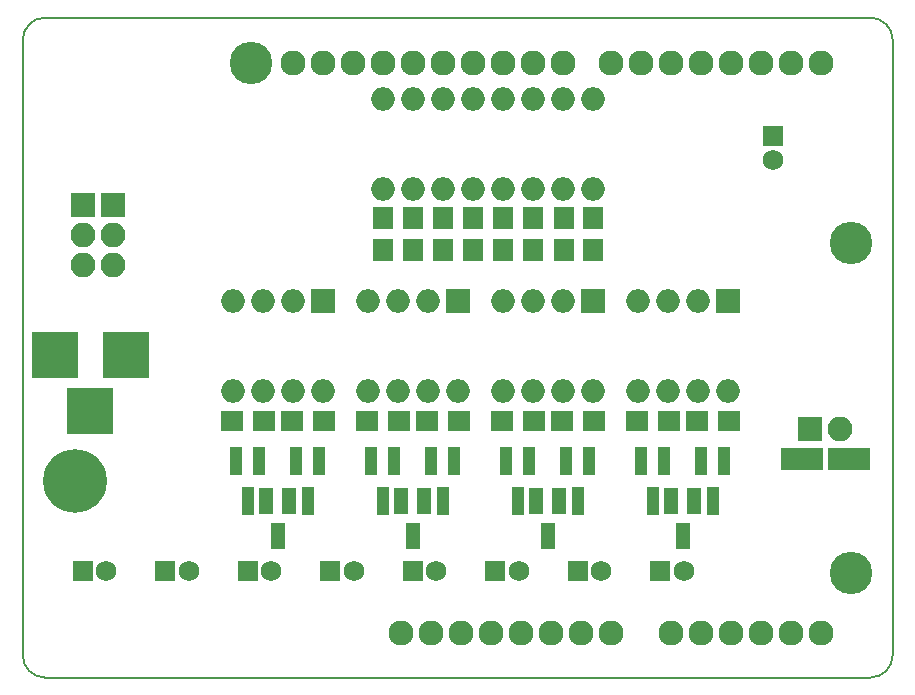
<source format=gbr>
%TF.GenerationSoftware,KiCad,Pcbnew,4.0.7*%
%TF.CreationDate,2018-08-09T22:01:20-06:00*%
%TF.ProjectId,valve_testing,76616C76655F74657374696E672E6B69,rev?*%
%TF.FileFunction,Soldermask,Bot*%
%FSLAX46Y46*%
G04 Gerber Fmt 4.6, Leading zero omitted, Abs format (unit mm)*
G04 Created by KiCad (PCBNEW 4.0.7) date Thursday, August 09, 2018 'PMt' 10:01:20 PM*
%MOMM*%
%LPD*%
G01*
G04 APERTURE LIST*
%ADD10C,0.150000*%
%ADD11O,2.127200X2.127200*%
%ADD12C,3.600000*%
%ADD13O,2.000000X2.000000*%
%ADD14R,1.100000X2.400000*%
%ADD15R,2.000000X2.000000*%
%ADD16R,1.700000X1.900000*%
%ADD17R,3.600000X1.900000*%
%ADD18R,1.200000X2.300000*%
%ADD19R,1.900000X1.700000*%
%ADD20C,5.400000*%
%ADD21R,1.750000X1.750000*%
%ADD22C,1.750000*%
%ADD23R,2.100000X2.100000*%
%ADD24O,2.100000X2.100000*%
%ADD25R,3.900120X3.900120*%
G04 APERTURE END LIST*
D10*
X157480000Y-51435000D02*
X157480000Y-50165000D01*
X83820000Y-51435000D02*
X83820000Y-50165000D01*
X83820000Y-100965000D02*
X83820000Y-102235000D01*
X157480000Y-101092000D02*
X157480000Y-102235000D01*
X83820000Y-51435000D02*
X83820000Y-100965000D01*
X157480000Y-51435000D02*
X157480000Y-101092000D01*
X83820000Y-102235000D02*
G75*
G03X85725000Y-104140000I1905000J0D01*
G01*
X85725000Y-48260000D02*
G75*
G03X83820000Y-50165000I0J-1905000D01*
G01*
X157480000Y-50165000D02*
G75*
G03X155575000Y-48260000I-1905000J0D01*
G01*
X155575000Y-104140000D02*
G75*
G03X157480000Y-102235000I0J1905000D01*
G01*
X155575000Y-48260000D02*
X85725000Y-48260000D01*
X85725000Y-104140000D02*
X155575000Y-104140000D01*
D11*
X138684000Y-100330000D03*
X133604000Y-100330000D03*
X131064000Y-100330000D03*
X128524000Y-100330000D03*
X125984000Y-100330000D03*
X123444000Y-100330000D03*
X120904000Y-100330000D03*
X118364000Y-100330000D03*
X151384000Y-52070000D03*
X148844000Y-52070000D03*
X146304000Y-52070000D03*
X143764000Y-52070000D03*
X141224000Y-52070000D03*
X138684000Y-52070000D03*
X136144000Y-52070000D03*
X133604000Y-52070000D03*
X114300000Y-52070000D03*
X129540000Y-52070000D03*
X127000000Y-52070000D03*
X124460000Y-52070000D03*
D12*
X153924000Y-95250000D03*
X153924000Y-67310000D03*
X103124000Y-52070000D03*
D11*
X106680000Y-52070000D03*
X109220000Y-52070000D03*
X111760000Y-52070000D03*
X116840000Y-52070000D03*
X119380000Y-52070000D03*
X121920000Y-52070000D03*
X115824000Y-100330000D03*
X141224000Y-100330000D03*
X143764000Y-100330000D03*
X146304000Y-100330000D03*
X148844000Y-100330000D03*
X151384000Y-100330000D03*
D13*
X114300000Y-62738000D03*
X116840000Y-62738000D03*
X119380000Y-62738000D03*
X121920000Y-62738000D03*
X124460000Y-62738000D03*
X127000000Y-62738000D03*
X129540000Y-62738000D03*
X132080000Y-62738000D03*
X132080000Y-55118000D03*
X129540000Y-55118000D03*
X127000000Y-55118000D03*
X124460000Y-55118000D03*
X121920000Y-55118000D03*
X119380000Y-55118000D03*
X116840000Y-55118000D03*
X114300000Y-55118000D03*
D14*
X113350000Y-85803000D03*
X115250000Y-85803000D03*
X114300000Y-89203000D03*
D15*
X109220000Y-72263000D03*
D13*
X101600000Y-79883000D03*
X106680000Y-72263000D03*
X104140000Y-79883000D03*
X104140000Y-72263000D03*
X106680000Y-79883000D03*
X101600000Y-72263000D03*
X109220000Y-79883000D03*
D16*
X129667000Y-65198000D03*
X129667000Y-67898000D03*
X114300000Y-65198000D03*
X114300000Y-67898000D03*
X116840000Y-65198000D03*
X116840000Y-67898000D03*
X119380000Y-65198000D03*
X119380000Y-67898000D03*
X121920000Y-65198000D03*
X121920000Y-67898000D03*
X124460000Y-65198000D03*
X124460000Y-67898000D03*
X127000000Y-65198000D03*
X127000000Y-67898000D03*
D17*
X149765000Y-85598000D03*
X153765000Y-85598000D03*
D16*
X132080000Y-65198000D03*
X132080000Y-67898000D03*
D15*
X120650000Y-72263000D03*
D13*
X113030000Y-79883000D03*
X118110000Y-72263000D03*
X115570000Y-79883000D03*
X115570000Y-72263000D03*
X118110000Y-79883000D03*
X113030000Y-72263000D03*
X120650000Y-79883000D03*
D15*
X132080000Y-72263000D03*
D13*
X124460000Y-79883000D03*
X129540000Y-72263000D03*
X127000000Y-79883000D03*
X127000000Y-72263000D03*
X129540000Y-79883000D03*
X124460000Y-72263000D03*
X132080000Y-79883000D03*
D15*
X143510000Y-72263000D03*
D13*
X135890000Y-79883000D03*
X140970000Y-72263000D03*
X138430000Y-79883000D03*
X138430000Y-72263000D03*
X140970000Y-79883000D03*
X135890000Y-72263000D03*
X143510000Y-79883000D03*
D18*
X104460000Y-89178000D03*
X106360000Y-89178000D03*
X105410000Y-92178000D03*
X115890000Y-89178000D03*
X117790000Y-89178000D03*
X116840000Y-92178000D03*
X127320000Y-89178000D03*
X129220000Y-89178000D03*
X128270000Y-92178000D03*
X138750000Y-89178000D03*
X140650000Y-89178000D03*
X139700000Y-92178000D03*
D14*
X101920000Y-85803000D03*
X103820000Y-85803000D03*
X102870000Y-89203000D03*
X107000000Y-85803000D03*
X108900000Y-85803000D03*
X107950000Y-89203000D03*
X118430000Y-85803000D03*
X120330000Y-85803000D03*
X119380000Y-89203000D03*
X124780000Y-85803000D03*
X126680000Y-85803000D03*
X125730000Y-89203000D03*
X129860000Y-85803000D03*
X131760000Y-85803000D03*
X130810000Y-89203000D03*
X136210000Y-85803000D03*
X138110000Y-85803000D03*
X137160000Y-89203000D03*
X141290000Y-85803000D03*
X143190000Y-85803000D03*
X142240000Y-89203000D03*
D19*
X101520000Y-82423000D03*
X104220000Y-82423000D03*
X109300000Y-82423000D03*
X106600000Y-82423000D03*
X112950000Y-82423000D03*
X115650000Y-82423000D03*
X120730000Y-82423000D03*
X118030000Y-82423000D03*
X124380000Y-82423000D03*
X127080000Y-82423000D03*
X132160000Y-82423000D03*
X129460000Y-82423000D03*
X135810000Y-82423000D03*
X138510000Y-82423000D03*
X143590000Y-82423000D03*
X140890000Y-82423000D03*
D20*
X88265000Y-87503000D03*
D21*
X137795000Y-95123000D03*
D22*
X139795000Y-95123000D03*
D23*
X150495000Y-83058000D03*
D24*
X153035000Y-83058000D03*
D21*
X147320000Y-58293000D03*
D22*
X147320000Y-60293000D03*
D21*
X88900000Y-95123000D03*
D22*
X90900000Y-95123000D03*
D21*
X95885000Y-95123000D03*
D22*
X97885000Y-95123000D03*
D21*
X102870000Y-95123000D03*
D22*
X104870000Y-95123000D03*
D21*
X109855000Y-95123000D03*
D22*
X111855000Y-95123000D03*
D21*
X116840000Y-95123000D03*
D22*
X118840000Y-95123000D03*
D21*
X123825000Y-95123000D03*
D22*
X125825000Y-95123000D03*
D21*
X130810000Y-95123000D03*
D22*
X132810000Y-95123000D03*
D23*
X91440000Y-64135000D03*
D24*
X91440000Y-66675000D03*
X91440000Y-69215000D03*
D23*
X88900000Y-64135000D03*
D24*
X88900000Y-66675000D03*
X88900000Y-69215000D03*
D25*
X92560140Y-76835000D03*
X86560660Y-76835000D03*
X89560400Y-81534000D03*
M02*

</source>
